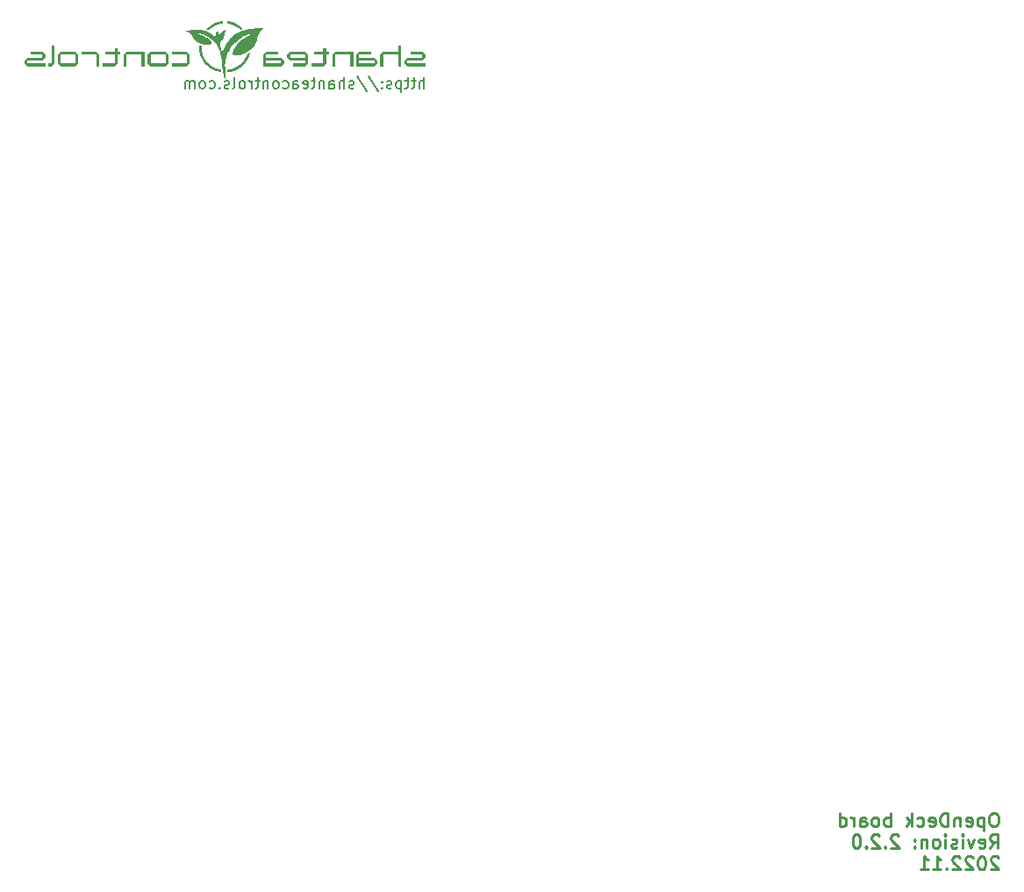
<source format=gbo>
G04 #@! TF.GenerationSoftware,KiCad,Pcbnew,6.0.9*
G04 #@! TF.CreationDate,2022-11-24T22:44:38+01:00*
G04 #@! TF.ProjectId,OpenDeck-r2.2.0,4f70656e-4465-4636-9b2d-72322e322e30,rev?*
G04 #@! TF.SameCoordinates,Original*
G04 #@! TF.FileFunction,Legend,Bot*
G04 #@! TF.FilePolarity,Positive*
%FSLAX46Y46*%
G04 Gerber Fmt 4.6, Leading zero omitted, Abs format (unit mm)*
G04 Created by KiCad (PCBNEW 6.0.9) date 2022-11-24 22:44:38*
%MOMM*%
%LPD*%
G01*
G04 APERTURE LIST*
%ADD10C,0.000000*%
%ADD11C,0.190500*%
%ADD12C,0.228600*%
%ADD13R,1.700000X1.700000*%
%ADD14O,1.700000X1.700000*%
%ADD15C,0.600000*%
%ADD16O,0.950000X2.050000*%
%ADD17O,0.950000X1.750000*%
%ADD18C,5.600000*%
%ADD19C,2.300000*%
G04 APERTURE END LIST*
D10*
G36*
X110245803Y-63188017D02*
G01*
X110535943Y-63188017D01*
X110535943Y-63477510D01*
X110245803Y-63477510D01*
X110245803Y-64346100D01*
X109955666Y-64635592D01*
X108795182Y-64635592D01*
X108795182Y-64346100D01*
X109955666Y-64346100D01*
X109955666Y-63477510D01*
X109085322Y-63477510D01*
X109085322Y-63188017D01*
X109955666Y-63188017D01*
X109955666Y-62898525D01*
X110245803Y-62898525D01*
X110245803Y-63188017D01*
G37*
G36*
X112856910Y-64635592D02*
G01*
X112566770Y-64635592D01*
X112566770Y-63477510D01*
X111116186Y-63477510D01*
X111116186Y-64635592D01*
X110826046Y-64635592D01*
X110826046Y-63477510D01*
X111116186Y-63188017D01*
X112856910Y-63188017D01*
X112856910Y-64635592D01*
G37*
G36*
X120389494Y-60486073D02*
G01*
X120290377Y-60497497D01*
X120192611Y-60513183D01*
X120096291Y-60533032D01*
X120001512Y-60556946D01*
X119908368Y-60584830D01*
X119816954Y-60616584D01*
X119727367Y-60652112D01*
X119639699Y-60691315D01*
X119554048Y-60734098D01*
X119470507Y-60780361D01*
X119389171Y-60830007D01*
X119310136Y-60882939D01*
X119233496Y-60939060D01*
X119159346Y-60998272D01*
X119087782Y-61060477D01*
X119018899Y-61125578D01*
X118989975Y-61112691D01*
X118960980Y-61100183D01*
X118931910Y-61088057D01*
X118902763Y-61076315D01*
X118873538Y-61064957D01*
X118844231Y-61053986D01*
X118814841Y-61043404D01*
X118785366Y-61033212D01*
X118863811Y-60953063D01*
X118945768Y-60876482D01*
X119031108Y-60803601D01*
X119119701Y-60734554D01*
X119211419Y-60669473D01*
X119306131Y-60608490D01*
X119403709Y-60551738D01*
X119504022Y-60499350D01*
X119606942Y-60451458D01*
X119712339Y-60408196D01*
X119820084Y-60369695D01*
X119930047Y-60336088D01*
X120042099Y-60307507D01*
X120156110Y-60284087D01*
X120271951Y-60265958D01*
X120389494Y-60253254D01*
X120389494Y-60486073D01*
G37*
G36*
X120712970Y-65849155D02*
G01*
X120495862Y-65698286D01*
X120414853Y-64969663D01*
X120623363Y-64969663D01*
X120629167Y-65083963D01*
X120636121Y-65201287D01*
X120643303Y-65201025D01*
X120638307Y-65141731D01*
X120633748Y-65083515D01*
X120629618Y-65026194D01*
X120625906Y-64969588D01*
X120623363Y-64969663D01*
X120414853Y-64969663D01*
X120413447Y-64957017D01*
X120358355Y-64531064D01*
X120290609Y-64092271D01*
X120207659Y-63658669D01*
X120159686Y-63449449D01*
X120106957Y-63248288D01*
X120049153Y-63057440D01*
X119985955Y-62879158D01*
X119917045Y-62715696D01*
X119842104Y-62569308D01*
X119817611Y-62528779D01*
X119789490Y-62486827D01*
X119722913Y-62399322D01*
X119643473Y-62308130D01*
X119552267Y-62214589D01*
X119450393Y-62120038D01*
X119338948Y-62025814D01*
X119219031Y-61933256D01*
X119091739Y-61843700D01*
X118958170Y-61758486D01*
X118819421Y-61678950D01*
X118676591Y-61606431D01*
X118603989Y-61573221D01*
X118530778Y-61542267D01*
X118457095Y-61513737D01*
X118383079Y-61487796D01*
X118308865Y-61464613D01*
X118234591Y-61444356D01*
X118160395Y-61427190D01*
X118086413Y-61413284D01*
X118012784Y-61402804D01*
X117939643Y-61395918D01*
X118714811Y-61746047D01*
X118834041Y-61812367D01*
X118947077Y-61884091D01*
X119050575Y-61961335D01*
X119097701Y-62002063D01*
X119141187Y-62044216D01*
X119180615Y-62087807D01*
X119215566Y-62132851D01*
X119245623Y-62179363D01*
X119270366Y-62227358D01*
X119289379Y-62276850D01*
X119302241Y-62327853D01*
X119308536Y-62380384D01*
X119307844Y-62434455D01*
X119280601Y-62448847D01*
X119253028Y-62462160D01*
X119225143Y-62474415D01*
X119196965Y-62485632D01*
X119168513Y-62495832D01*
X119139807Y-62505036D01*
X119110864Y-62513265D01*
X119081705Y-62520540D01*
X119052348Y-62526880D01*
X119022813Y-62532308D01*
X118993117Y-62536844D01*
X118963281Y-62540509D01*
X118933324Y-62543323D01*
X118903264Y-62545307D01*
X118873120Y-62546483D01*
X118842911Y-62546870D01*
X118812098Y-62546472D01*
X118781263Y-62545292D01*
X118750426Y-62543355D01*
X118719608Y-62540683D01*
X118688826Y-62537299D01*
X118658102Y-62533226D01*
X118596904Y-62523106D01*
X118536171Y-62510509D01*
X118476060Y-62495618D01*
X118416728Y-62478618D01*
X118358334Y-62459694D01*
X118331014Y-62450110D01*
X118303958Y-62440172D01*
X118277190Y-62429878D01*
X118250735Y-62419223D01*
X118249618Y-62418768D01*
X118248508Y-62418303D01*
X118246281Y-62417356D01*
X118219895Y-62406171D01*
X118193847Y-62394689D01*
X118168163Y-62382920D01*
X118142872Y-62370875D01*
X118094796Y-62346684D01*
X118048365Y-62321696D01*
X118003714Y-62296051D01*
X117960979Y-62269889D01*
X117920295Y-62243351D01*
X117881800Y-62216577D01*
X117845628Y-62189708D01*
X117811916Y-62162883D01*
X117770946Y-62128384D01*
X117734704Y-62096341D01*
X117702609Y-62066269D01*
X117674075Y-62037683D01*
X117648522Y-62010096D01*
X117625365Y-61983024D01*
X117604021Y-61955980D01*
X117583909Y-61928478D01*
X117564445Y-61900033D01*
X117545046Y-61870159D01*
X117504111Y-61804180D01*
X117456443Y-61726657D01*
X117428626Y-61682351D01*
X117397376Y-61633702D01*
X117380554Y-61608495D01*
X117364050Y-61585024D01*
X117347838Y-61563193D01*
X117331889Y-61542904D01*
X117316178Y-61524061D01*
X117300676Y-61506567D01*
X117285358Y-61490327D01*
X117270195Y-61475242D01*
X117255162Y-61461217D01*
X117240230Y-61448154D01*
X117210564Y-61424531D01*
X117180981Y-61403598D01*
X117151264Y-61384582D01*
X117026734Y-61312229D01*
X116993104Y-61291200D01*
X116958042Y-61267449D01*
X116921333Y-61240202D01*
X116882758Y-61208685D01*
X117015747Y-61178700D01*
X118668849Y-61178700D01*
X118689802Y-61185209D01*
X118719127Y-61194750D01*
X118748310Y-61204678D01*
X118777356Y-61214990D01*
X118806269Y-61225685D01*
X118835052Y-61236762D01*
X118863712Y-61248220D01*
X118892252Y-61260057D01*
X118863715Y-61248220D01*
X118835056Y-61236763D01*
X118806272Y-61225685D01*
X118777360Y-61214990D01*
X118748314Y-61204678D01*
X118719131Y-61194751D01*
X118689805Y-61185209D01*
X118668849Y-61178700D01*
X117015747Y-61178700D01*
X117025957Y-61176398D01*
X117027664Y-61176054D01*
X118660330Y-61176054D01*
X118660332Y-61176055D01*
X118660388Y-61175997D01*
X118660444Y-61175936D01*
X118660500Y-61175873D01*
X118660556Y-61175807D01*
X118660668Y-61175671D01*
X118660781Y-61175532D01*
X118660779Y-61175532D01*
X118660666Y-61175671D01*
X118660610Y-61175740D01*
X118660554Y-61175807D01*
X118660498Y-61175872D01*
X118660442Y-61175936D01*
X118660386Y-61175997D01*
X118660330Y-61176054D01*
X117027664Y-61176054D01*
X117164917Y-61148394D01*
X117299820Y-61124680D01*
X117430846Y-61105264D01*
X117558178Y-61090150D01*
X117681995Y-61079347D01*
X117802480Y-61072860D01*
X117919813Y-61070696D01*
X118019025Y-61072342D01*
X118116113Y-61077275D01*
X118211196Y-61085488D01*
X118304397Y-61096975D01*
X118395835Y-61111730D01*
X118485632Y-61129745D01*
X118573907Y-61151015D01*
X118660781Y-61175532D01*
X118690237Y-61184689D01*
X118719549Y-61194240D01*
X118748720Y-61204182D01*
X118777755Y-61214514D01*
X118806659Y-61225231D01*
X118835436Y-61236334D01*
X118864091Y-61247819D01*
X118892629Y-61259684D01*
X118892628Y-61259685D01*
X118892627Y-61259684D01*
X118892252Y-61260057D01*
X118892254Y-61260058D01*
X118892253Y-61260057D01*
X118892252Y-61260057D01*
X118892254Y-61260057D01*
X118892628Y-61259685D01*
X118893483Y-61260058D01*
X118943386Y-61281843D01*
X118993811Y-61305228D01*
X119043927Y-61329842D01*
X119093761Y-61355689D01*
X119143339Y-61382770D01*
X119192688Y-61411090D01*
X119241833Y-61440651D01*
X119290802Y-61471455D01*
X119339620Y-61503507D01*
X119388314Y-61536808D01*
X119436911Y-61571362D01*
X119485437Y-61607172D01*
X119582379Y-61682572D01*
X119679353Y-61763029D01*
X119692134Y-61573983D01*
X119695741Y-61533180D01*
X119700369Y-61494530D01*
X119706446Y-61457819D01*
X119714400Y-61422832D01*
X119724659Y-61389352D01*
X119737652Y-61357165D01*
X119745307Y-61341489D01*
X119753806Y-61326056D01*
X119763203Y-61310839D01*
X119773550Y-61295810D01*
X119784902Y-61280944D01*
X119797312Y-61266212D01*
X119810833Y-61251589D01*
X119825520Y-61237047D01*
X119841425Y-61222559D01*
X119858602Y-61208099D01*
X119896986Y-61179153D01*
X120026846Y-61604394D01*
X120084234Y-61532462D01*
X120146533Y-61458193D01*
X120179560Y-61420885D01*
X120213856Y-61383836D01*
X120249437Y-61347325D01*
X120286317Y-61311635D01*
X120324509Y-61277045D01*
X120364028Y-61243838D01*
X120404888Y-61212292D01*
X120447104Y-61182689D01*
X120490688Y-61155311D01*
X120535656Y-61130437D01*
X120582022Y-61108348D01*
X120605733Y-61098436D01*
X120629799Y-61089326D01*
X120626962Y-61190033D01*
X120620531Y-61283715D01*
X120610793Y-61370758D01*
X120598035Y-61451548D01*
X120582545Y-61526471D01*
X120564609Y-61595915D01*
X120544515Y-61660266D01*
X120522550Y-61719910D01*
X120499001Y-61775234D01*
X120474157Y-61826624D01*
X120421727Y-61919149D01*
X120367560Y-62000576D01*
X120313952Y-62073999D01*
X120263203Y-62142508D01*
X120217610Y-62209195D01*
X120179471Y-62277154D01*
X120163915Y-62312576D01*
X120151085Y-62349474D01*
X120141267Y-62388237D01*
X120134750Y-62429250D01*
X120131819Y-62472899D01*
X120132763Y-62519571D01*
X120137868Y-62569653D01*
X120147423Y-62623531D01*
X120161714Y-62681591D01*
X120181028Y-62744220D01*
X120204622Y-62819222D01*
X120225342Y-62894428D01*
X120243940Y-62970056D01*
X120261168Y-63046323D01*
X120294525Y-63201648D01*
X120312158Y-63281141D01*
X120331431Y-63362146D01*
X120408282Y-63150308D01*
X120489069Y-62950042D01*
X120574196Y-62761072D01*
X120664068Y-62583126D01*
X120759089Y-62415928D01*
X120859665Y-62259204D01*
X120966198Y-62112681D01*
X121079095Y-61976084D01*
X121198760Y-61849139D01*
X121325597Y-61731572D01*
X121460011Y-61623108D01*
X121602406Y-61523475D01*
X121753187Y-61432396D01*
X121912759Y-61349599D01*
X122081525Y-61274809D01*
X122259892Y-61207751D01*
X122288160Y-61198136D01*
X122316671Y-61188706D01*
X122345413Y-61179437D01*
X122374376Y-61170305D01*
X122386461Y-61166609D01*
X122415043Y-61157933D01*
X122443839Y-61149397D01*
X122472867Y-61141030D01*
X122502143Y-61132858D01*
X122692452Y-61084992D01*
X122892469Y-61043228D01*
X123102550Y-61007344D01*
X123323054Y-60977121D01*
X123554335Y-60952340D01*
X123796753Y-60932779D01*
X124050662Y-60918219D01*
X124316421Y-60908440D01*
X124315603Y-60909839D01*
X124314747Y-60911179D01*
X124313859Y-60912464D01*
X124312940Y-60913701D01*
X124311021Y-60916054D01*
X124309015Y-60918284D01*
X124300581Y-60926906D01*
X124298486Y-60929222D01*
X124296443Y-60931695D01*
X124295448Y-60933005D01*
X124294474Y-60934372D01*
X124293525Y-60935802D01*
X124292604Y-60937300D01*
X124291713Y-60938873D01*
X124290855Y-60940526D01*
X124290033Y-60942265D01*
X124289250Y-60944096D01*
X124288509Y-60946025D01*
X124287812Y-60948058D01*
X124287164Y-60950200D01*
X124286566Y-60952457D01*
X124032342Y-61244713D01*
X123997560Y-61290322D01*
X123965612Y-61334823D01*
X123909574Y-61420758D01*
X123862939Y-61503025D01*
X123824419Y-61582134D01*
X123792725Y-61658594D01*
X123766568Y-61732913D01*
X123744659Y-61805601D01*
X123725709Y-61877166D01*
X123691529Y-62018963D01*
X123673722Y-62090213D01*
X123653718Y-62162376D01*
X123630229Y-62235961D01*
X123601964Y-62311476D01*
X123567636Y-62389431D01*
X123525955Y-62470334D01*
X123506019Y-62505032D01*
X123484762Y-62539665D01*
X123462216Y-62574206D01*
X123438417Y-62608625D01*
X123413400Y-62642896D01*
X123387198Y-62676989D01*
X123359846Y-62710878D01*
X123331378Y-62744533D01*
X123301829Y-62777927D01*
X123271234Y-62811032D01*
X123239626Y-62843820D01*
X123207040Y-62876262D01*
X123173511Y-62908331D01*
X123139072Y-62939998D01*
X123103759Y-62971236D01*
X123067606Y-63002016D01*
X123036069Y-63027922D01*
X123003963Y-63053436D01*
X122971305Y-63078547D01*
X122938114Y-63103239D01*
X122904409Y-63127502D01*
X122870209Y-63151321D01*
X122835534Y-63174683D01*
X122800401Y-63197575D01*
X122720116Y-63247092D01*
X122637921Y-63293915D01*
X122554035Y-63337830D01*
X122468681Y-63378624D01*
X122425523Y-63397785D01*
X122382081Y-63416085D01*
X122338382Y-63433498D01*
X122294454Y-63449998D01*
X122250326Y-63465558D01*
X122206024Y-63480152D01*
X122161577Y-63493752D01*
X122117011Y-63506332D01*
X122050463Y-63523533D01*
X121987501Y-63538218D01*
X121928047Y-63550457D01*
X121872021Y-63560318D01*
X121819344Y-63567869D01*
X121769939Y-63573177D01*
X121723725Y-63576313D01*
X121680624Y-63577343D01*
X121622243Y-63575132D01*
X121570313Y-63568649D01*
X121524583Y-63558115D01*
X121484801Y-63543752D01*
X121450716Y-63525780D01*
X121422078Y-63504422D01*
X121398634Y-63479900D01*
X121380134Y-63452434D01*
X121366326Y-63422248D01*
X121356960Y-63389561D01*
X121351783Y-63354596D01*
X121350546Y-63317575D01*
X121352996Y-63278719D01*
X121358883Y-63238249D01*
X121367955Y-63196388D01*
X121379962Y-63153357D01*
X121394651Y-63109377D01*
X121411773Y-63064671D01*
X121431074Y-63019459D01*
X121452306Y-62973964D01*
X121499552Y-62883009D01*
X121551502Y-62793580D01*
X121606147Y-62707449D01*
X121661476Y-62626389D01*
X121715480Y-62552173D01*
X121766150Y-62486574D01*
X121855089Y-62381057D01*
X121946256Y-62284197D01*
X122039150Y-62195318D01*
X122133273Y-62113741D01*
X122228126Y-62038790D01*
X122323209Y-61969786D01*
X122418024Y-61906054D01*
X122512072Y-61846915D01*
X122695868Y-61739709D01*
X122870604Y-61642749D01*
X123032288Y-61550617D01*
X123106988Y-61504668D01*
X123176928Y-61457894D01*
X123064444Y-61474713D01*
X122951337Y-61498410D01*
X122837878Y-61528790D01*
X122724336Y-61565663D01*
X122610983Y-61608837D01*
X122498088Y-61658120D01*
X122385922Y-61713319D01*
X122274756Y-61774244D01*
X122164861Y-61840702D01*
X122056506Y-61912501D01*
X121949962Y-61989450D01*
X121845500Y-62071356D01*
X121743390Y-62158029D01*
X121643903Y-62249275D01*
X121547308Y-62344904D01*
X121453878Y-62444722D01*
X121363882Y-62548540D01*
X121277590Y-62656163D01*
X121195274Y-62767402D01*
X121117203Y-62882064D01*
X121043648Y-62999956D01*
X120974880Y-63120888D01*
X120911169Y-63244667D01*
X120852785Y-63371102D01*
X120800000Y-63500000D01*
X120753083Y-63631170D01*
X120712306Y-63764420D01*
X120677937Y-63899558D01*
X120650249Y-64036392D01*
X120629512Y-64174731D01*
X120615996Y-64314382D01*
X120609971Y-64455155D01*
X120612337Y-64557086D01*
X120620582Y-64714197D01*
X120648955Y-65124924D01*
X120655166Y-65201025D01*
X120683586Y-65549266D01*
X120712970Y-65849155D01*
G37*
G36*
X108505081Y-63477510D02*
G01*
X108505081Y-64635592D01*
X108214941Y-64635592D01*
X108214941Y-63477510D01*
X106764320Y-63477510D01*
X106764320Y-63188017D01*
X108214941Y-63188017D01*
X108505081Y-63477510D01*
G37*
G36*
X130373203Y-63188017D02*
G01*
X130663343Y-63188017D01*
X130663343Y-63477510D01*
X130373203Y-63477510D01*
X130373203Y-64346100D01*
X130083102Y-64635592D01*
X128922580Y-64635592D01*
X128922580Y-64346100D01*
X130083102Y-64346100D01*
X130083102Y-63477510D01*
X129212720Y-63477510D01*
X129212720Y-63188017D01*
X130083102Y-63188017D01*
X130083102Y-62898525D01*
X130373203Y-62898525D01*
X130373203Y-63188017D01*
G37*
G36*
X113437148Y-64635592D02*
G01*
X113147045Y-64346100D01*
X113437148Y-64346100D01*
X114887772Y-64346100D01*
X114887772Y-63477510D01*
X113437148Y-63477510D01*
X113437148Y-64346100D01*
X113147045Y-64346100D01*
X113147045Y-63477510D01*
X113437148Y-63188017D01*
X114887772Y-63188017D01*
X115177911Y-63477510D01*
X115177911Y-64346100D01*
X114887772Y-64635592D01*
X113437148Y-64635592D01*
G37*
G36*
X103282838Y-63477510D02*
G01*
X103282838Y-63767040D01*
X102992734Y-64056532D01*
X101542113Y-64056532D01*
X101542113Y-64346100D01*
X103282835Y-64346100D01*
X103282835Y-64635592D01*
X101542113Y-64635592D01*
X101251974Y-64346100D01*
X101251974Y-64056532D01*
X101542113Y-63767040D01*
X102992734Y-63767040D01*
X102992734Y-63477510D01*
X101832214Y-63477510D01*
X101832214Y-63188017D01*
X102992734Y-63188017D01*
X103282838Y-63477510D01*
G37*
G36*
X118248504Y-62418303D02*
G01*
X118249613Y-62418768D01*
X118250730Y-62419223D01*
X118249612Y-62418768D01*
X118248502Y-62418303D01*
X118246277Y-62417356D01*
X118248504Y-62418303D01*
G37*
G36*
X139947277Y-63477510D02*
G01*
X139947277Y-63767040D01*
X139657175Y-64056532D01*
X138206553Y-64056532D01*
X138206553Y-64346100D01*
X139947277Y-64346100D01*
X139947277Y-64635592D01*
X138206553Y-64635592D01*
X137916414Y-64346100D01*
X137916414Y-64056532D01*
X138206553Y-63767040D01*
X139657175Y-63767040D01*
X139657175Y-63477510D01*
X138496655Y-63477510D01*
X138496655Y-63188017D01*
X139657175Y-63188017D01*
X139947277Y-63477510D01*
G37*
G36*
X104153213Y-64346100D02*
G01*
X103863076Y-64635592D01*
X103572973Y-64635592D01*
X103572973Y-64346100D01*
X103863076Y-64346100D01*
X103863076Y-62608994D01*
X104153213Y-62608994D01*
X104153213Y-64346100D01*
G37*
G36*
X122374374Y-61170305D02*
G01*
X122377388Y-61169365D01*
X122380416Y-61168443D01*
X122386459Y-61166609D01*
X122374374Y-61170305D01*
G37*
G36*
X120923241Y-60265403D02*
G01*
X121035213Y-60282657D01*
X121145482Y-60304861D01*
X121253931Y-60331893D01*
X121360444Y-60363634D01*
X121464907Y-60399964D01*
X121567202Y-60440763D01*
X121667214Y-60485910D01*
X121764828Y-60535285D01*
X121859927Y-60588770D01*
X121952396Y-60646242D01*
X122042118Y-60707583D01*
X122128979Y-60772673D01*
X122212862Y-60841391D01*
X122293652Y-60913617D01*
X122371233Y-60989232D01*
X122307474Y-61008725D01*
X122245023Y-61029030D01*
X122183759Y-61050092D01*
X122123557Y-61071853D01*
X122056193Y-61012281D01*
X121986485Y-60955382D01*
X121914514Y-60901240D01*
X121840361Y-60849937D01*
X121764105Y-60801557D01*
X121685830Y-60756183D01*
X121605613Y-60713898D01*
X121523538Y-60674786D01*
X121439684Y-60638929D01*
X121354131Y-60606411D01*
X121266962Y-60577314D01*
X121178256Y-60551723D01*
X121088094Y-60529720D01*
X120996557Y-60511389D01*
X120903725Y-60496812D01*
X120809680Y-60486073D01*
X120809680Y-60253217D01*
X120923241Y-60265403D01*
G37*
G36*
X118149077Y-62564523D02*
G01*
X118176980Y-62576367D01*
X118205199Y-62587872D01*
X118233717Y-62599021D01*
X118262520Y-62609798D01*
X118291591Y-62620185D01*
X118320914Y-62630165D01*
X118350474Y-62639721D01*
X118348743Y-62681382D01*
X118348105Y-62702266D01*
X118347920Y-62712739D01*
X118347854Y-62723238D01*
X118350235Y-62827237D01*
X118357310Y-62930031D01*
X118368974Y-63031518D01*
X118385123Y-63131593D01*
X118405653Y-63230154D01*
X118430460Y-63327096D01*
X118459440Y-63422316D01*
X118492490Y-63515711D01*
X118529504Y-63607177D01*
X118570379Y-63696610D01*
X118615010Y-63783906D01*
X118663295Y-63868963D01*
X118715128Y-63951676D01*
X118770405Y-64031943D01*
X118829023Y-64109659D01*
X118890878Y-64184721D01*
X118955865Y-64257025D01*
X119023880Y-64326468D01*
X119094820Y-64392946D01*
X119168580Y-64456356D01*
X119245056Y-64516594D01*
X119324144Y-64573556D01*
X119405740Y-64627140D01*
X119489741Y-64677240D01*
X119576041Y-64723755D01*
X119664537Y-64766580D01*
X119755125Y-64805611D01*
X119847700Y-64840745D01*
X119942160Y-64871879D01*
X120038399Y-64898909D01*
X120136313Y-64921732D01*
X120235799Y-64940243D01*
X120250193Y-65061170D01*
X120263746Y-65178961D01*
X120150998Y-65161030D01*
X120039980Y-65138097D01*
X119930813Y-65110284D01*
X119823619Y-65077711D01*
X119718518Y-65040498D01*
X119615633Y-64998767D01*
X119515083Y-64952638D01*
X119416992Y-64902232D01*
X119321479Y-64847669D01*
X119228666Y-64789071D01*
X119138675Y-64726558D01*
X119051627Y-64660250D01*
X118967642Y-64590270D01*
X118886843Y-64516736D01*
X118809351Y-64439770D01*
X118735286Y-64359493D01*
X118664771Y-64276026D01*
X118597925Y-64189489D01*
X118534872Y-64100002D01*
X118475732Y-64007687D01*
X118420625Y-63912665D01*
X118369675Y-63815055D01*
X118323001Y-63714980D01*
X118280725Y-63612558D01*
X118242969Y-63507912D01*
X118209854Y-63401162D01*
X118181500Y-63292429D01*
X118158030Y-63181833D01*
X118139564Y-63069495D01*
X118126224Y-62955537D01*
X118118131Y-62840077D01*
X118115406Y-62723238D01*
X118115801Y-62680252D01*
X118116968Y-62637434D01*
X118118879Y-62594798D01*
X118121506Y-62552358D01*
X118149077Y-62564523D01*
G37*
G36*
X123002122Y-63350773D02*
G01*
X122974946Y-63446376D01*
X122944067Y-63540377D01*
X122909571Y-63632691D01*
X122871542Y-63723234D01*
X122830065Y-63811923D01*
X122785222Y-63898673D01*
X122737100Y-63983400D01*
X122685783Y-64066020D01*
X122631354Y-64146450D01*
X122573898Y-64224604D01*
X122513499Y-64300399D01*
X122450242Y-64373751D01*
X122384212Y-64444576D01*
X122315492Y-64512789D01*
X122244166Y-64578307D01*
X122170320Y-64641046D01*
X122094038Y-64700921D01*
X122015403Y-64757848D01*
X121934501Y-64811744D01*
X121851416Y-64862525D01*
X121766231Y-64910105D01*
X121679032Y-64954402D01*
X121589902Y-64995331D01*
X121498927Y-65032808D01*
X121406190Y-65066748D01*
X121311776Y-65097069D01*
X121215769Y-65123686D01*
X121118253Y-65146514D01*
X121019313Y-65165471D01*
X120919034Y-65180471D01*
X120817499Y-65191430D01*
X120812545Y-65132586D01*
X120808005Y-65074606D01*
X120803872Y-65017318D01*
X120800140Y-64960553D01*
X120967483Y-64939403D01*
X121130799Y-64906223D01*
X121289622Y-64861480D01*
X121443484Y-64805641D01*
X121591919Y-64739172D01*
X121734461Y-64662538D01*
X121870641Y-64576207D01*
X121999994Y-64480644D01*
X122122053Y-64376317D01*
X122236351Y-64263690D01*
X122342421Y-64143230D01*
X122439796Y-64015405D01*
X122528010Y-63880679D01*
X122606596Y-63739520D01*
X122675088Y-63592393D01*
X122733017Y-63439764D01*
X122770873Y-63418428D01*
X122808388Y-63396493D01*
X122845547Y-63373983D01*
X122882338Y-63350922D01*
X122918744Y-63327334D01*
X122954751Y-63303244D01*
X122990346Y-63278675D01*
X123025513Y-63253651D01*
X123002122Y-63350773D01*
G37*
G36*
X104733493Y-64635592D02*
G01*
X104443353Y-64346100D01*
X104733493Y-64346100D01*
X106184077Y-64346100D01*
X106184077Y-63477510D01*
X104733493Y-63477510D01*
X104733493Y-64346100D01*
X104443353Y-64346100D01*
X104443353Y-63477510D01*
X104733493Y-63188017D01*
X106184077Y-63188017D01*
X106474181Y-63477510D01*
X106474181Y-64346100D01*
X106184077Y-64635592D01*
X104733493Y-64635592D01*
G37*
G36*
X132984344Y-64635592D02*
G01*
X132694205Y-64635592D01*
X132694205Y-63477510D01*
X131243621Y-63477510D01*
X131243621Y-64635592D01*
X130953444Y-64635592D01*
X130953444Y-63477510D01*
X131243621Y-63188017D01*
X132984344Y-63188017D01*
X132984344Y-64635592D01*
G37*
G36*
X122345411Y-61179437D02*
G01*
X122316669Y-61188706D01*
X122288158Y-61198136D01*
X122259890Y-61207751D01*
X122288153Y-61198125D01*
X122316655Y-61188678D01*
X122345395Y-61179406D01*
X122374374Y-61170305D01*
X122345411Y-61179437D01*
G37*
G36*
X117208773Y-63477510D02*
G01*
X117208773Y-64346100D01*
X116918633Y-64635592D01*
X115468012Y-64635592D01*
X115468012Y-64346100D01*
X116918633Y-64346100D01*
X116918633Y-63477510D01*
X115468012Y-63477510D01*
X115468012Y-63188017D01*
X116918633Y-63188017D01*
X117208773Y-63477510D01*
G37*
G36*
X137626312Y-64635592D02*
G01*
X137336173Y-64635592D01*
X137336173Y-63477509D01*
X135885588Y-63477509D01*
X135885588Y-64635592D01*
X135595449Y-64635592D01*
X135595449Y-63477509D01*
X135885588Y-63188017D01*
X137336173Y-63188017D01*
X137336173Y-62608994D01*
X137626312Y-62608994D01*
X137626312Y-64635592D01*
G37*
G36*
X128342340Y-64635592D02*
G01*
X127181895Y-64635592D01*
X127181895Y-64346099D01*
X128342340Y-64346099D01*
X128342340Y-64056532D01*
X126891755Y-64056532D01*
X126601615Y-63767040D01*
X126891755Y-63767040D01*
X128342340Y-63767040D01*
X128342340Y-63477510D01*
X126891755Y-63477510D01*
X126891755Y-63767040D01*
X126601615Y-63767040D01*
X126601615Y-63477510D01*
X126891755Y-63188017D01*
X128342340Y-63188017D01*
X128632479Y-63477510D01*
X128632479Y-64346100D01*
X128342340Y-64635592D01*
G37*
G36*
X126021375Y-64635593D02*
G01*
X124280614Y-64635593D01*
X124280614Y-64346100D01*
X124570753Y-64346100D01*
X126021375Y-64346100D01*
X126021375Y-64056532D01*
X124570753Y-64056532D01*
X124570753Y-64346100D01*
X124280614Y-64346100D01*
X124280614Y-63477510D01*
X124570753Y-63188017D01*
X125731236Y-63188017D01*
X125731236Y-63477510D01*
X124570753Y-63477510D01*
X124570753Y-63767040D01*
X126021375Y-63767040D01*
X126311477Y-64056532D01*
X126311477Y-64346100D01*
X126021375Y-64635592D01*
X126021375Y-64635593D01*
G37*
G36*
X135015170Y-64635593D02*
G01*
X133274446Y-64635593D01*
X133274446Y-64346100D01*
X133564586Y-64346100D01*
X135015170Y-64346100D01*
X135015170Y-64056532D01*
X133564586Y-64056532D01*
X133564586Y-64346100D01*
X133274446Y-64346100D01*
X133274446Y-63477510D01*
X133564586Y-63188017D01*
X134725068Y-63188017D01*
X134725068Y-63477510D01*
X133564586Y-63477510D01*
X133564586Y-63767040D01*
X135015170Y-63767040D01*
X135305347Y-64056532D01*
X135305347Y-64346100D01*
X135015170Y-64635592D01*
X135015170Y-64635593D01*
G37*
G36*
X118277186Y-62429877D02*
G01*
X118303955Y-62440172D01*
X118331011Y-62450109D01*
X118358330Y-62459693D01*
X118331010Y-62450115D01*
X118303953Y-62440186D01*
X118277185Y-62429893D01*
X118250731Y-62419223D01*
X118277186Y-62429877D01*
G37*
D11*
X139819151Y-66748595D02*
X139819151Y-65669095D01*
X139356508Y-66748595D02*
X139356508Y-66183142D01*
X139407913Y-66080333D01*
X139510722Y-66028928D01*
X139664936Y-66028928D01*
X139767746Y-66080333D01*
X139819151Y-66131738D01*
X138996675Y-66028928D02*
X138585436Y-66028928D01*
X138842460Y-65669095D02*
X138842460Y-66594380D01*
X138791055Y-66697190D01*
X138688246Y-66748595D01*
X138585436Y-66748595D01*
X138379817Y-66028928D02*
X137968579Y-66028928D01*
X138225603Y-65669095D02*
X138225603Y-66594380D01*
X138174198Y-66697190D01*
X138071389Y-66748595D01*
X137968579Y-66748595D01*
X137608746Y-66028928D02*
X137608746Y-67108428D01*
X137608746Y-66080333D02*
X137505936Y-66028928D01*
X137300317Y-66028928D01*
X137197508Y-66080333D01*
X137146103Y-66131738D01*
X137094698Y-66234547D01*
X137094698Y-66542976D01*
X137146103Y-66645785D01*
X137197508Y-66697190D01*
X137300317Y-66748595D01*
X137505936Y-66748595D01*
X137608746Y-66697190D01*
X136683460Y-66697190D02*
X136580651Y-66748595D01*
X136375032Y-66748595D01*
X136272222Y-66697190D01*
X136220817Y-66594380D01*
X136220817Y-66542976D01*
X136272222Y-66440166D01*
X136375032Y-66388761D01*
X136529246Y-66388761D01*
X136632055Y-66337357D01*
X136683460Y-66234547D01*
X136683460Y-66183142D01*
X136632055Y-66080333D01*
X136529246Y-66028928D01*
X136375032Y-66028928D01*
X136272222Y-66080333D01*
X135758175Y-66645785D02*
X135706770Y-66697190D01*
X135758175Y-66748595D01*
X135809579Y-66697190D01*
X135758175Y-66645785D01*
X135758175Y-66748595D01*
X135758175Y-66080333D02*
X135706770Y-66131738D01*
X135758175Y-66183142D01*
X135809579Y-66131738D01*
X135758175Y-66080333D01*
X135758175Y-66183142D01*
X134473055Y-65617690D02*
X135398341Y-67005619D01*
X133342151Y-65617690D02*
X134267436Y-67005619D01*
X133033722Y-66697190D02*
X132930913Y-66748595D01*
X132725294Y-66748595D01*
X132622484Y-66697190D01*
X132571079Y-66594380D01*
X132571079Y-66542976D01*
X132622484Y-66440166D01*
X132725294Y-66388761D01*
X132879508Y-66388761D01*
X132982317Y-66337357D01*
X133033722Y-66234547D01*
X133033722Y-66183142D01*
X132982317Y-66080333D01*
X132879508Y-66028928D01*
X132725294Y-66028928D01*
X132622484Y-66080333D01*
X132108436Y-66748595D02*
X132108436Y-65669095D01*
X131645794Y-66748595D02*
X131645794Y-66183142D01*
X131697198Y-66080333D01*
X131800008Y-66028928D01*
X131954222Y-66028928D01*
X132057032Y-66080333D01*
X132108436Y-66131738D01*
X130669103Y-66748595D02*
X130669103Y-66183142D01*
X130720508Y-66080333D01*
X130823317Y-66028928D01*
X131028936Y-66028928D01*
X131131746Y-66080333D01*
X130669103Y-66697190D02*
X130771913Y-66748595D01*
X131028936Y-66748595D01*
X131131746Y-66697190D01*
X131183151Y-66594380D01*
X131183151Y-66491571D01*
X131131746Y-66388761D01*
X131028936Y-66337357D01*
X130771913Y-66337357D01*
X130669103Y-66285952D01*
X130155055Y-66028928D02*
X130155055Y-66748595D01*
X130155055Y-66131738D02*
X130103651Y-66080333D01*
X130000841Y-66028928D01*
X129846627Y-66028928D01*
X129743817Y-66080333D01*
X129692413Y-66183142D01*
X129692413Y-66748595D01*
X129332579Y-66028928D02*
X128921341Y-66028928D01*
X129178365Y-65669095D02*
X129178365Y-66594380D01*
X129126960Y-66697190D01*
X129024151Y-66748595D01*
X128921341Y-66748595D01*
X128150270Y-66697190D02*
X128253079Y-66748595D01*
X128458698Y-66748595D01*
X128561508Y-66697190D01*
X128612913Y-66594380D01*
X128612913Y-66183142D01*
X128561508Y-66080333D01*
X128458698Y-66028928D01*
X128253079Y-66028928D01*
X128150270Y-66080333D01*
X128098865Y-66183142D01*
X128098865Y-66285952D01*
X128612913Y-66388761D01*
X127173579Y-66748595D02*
X127173579Y-66183142D01*
X127224984Y-66080333D01*
X127327794Y-66028928D01*
X127533413Y-66028928D01*
X127636222Y-66080333D01*
X127173579Y-66697190D02*
X127276389Y-66748595D01*
X127533413Y-66748595D01*
X127636222Y-66697190D01*
X127687627Y-66594380D01*
X127687627Y-66491571D01*
X127636222Y-66388761D01*
X127533413Y-66337357D01*
X127276389Y-66337357D01*
X127173579Y-66285952D01*
X126196889Y-66697190D02*
X126299698Y-66748595D01*
X126505317Y-66748595D01*
X126608127Y-66697190D01*
X126659532Y-66645785D01*
X126710936Y-66542976D01*
X126710936Y-66234547D01*
X126659532Y-66131738D01*
X126608127Y-66080333D01*
X126505317Y-66028928D01*
X126299698Y-66028928D01*
X126196889Y-66080333D01*
X125580032Y-66748595D02*
X125682841Y-66697190D01*
X125734246Y-66645785D01*
X125785651Y-66542976D01*
X125785651Y-66234547D01*
X125734246Y-66131738D01*
X125682841Y-66080333D01*
X125580032Y-66028928D01*
X125425817Y-66028928D01*
X125323008Y-66080333D01*
X125271603Y-66131738D01*
X125220198Y-66234547D01*
X125220198Y-66542976D01*
X125271603Y-66645785D01*
X125323008Y-66697190D01*
X125425817Y-66748595D01*
X125580032Y-66748595D01*
X124757555Y-66028928D02*
X124757555Y-66748595D01*
X124757555Y-66131738D02*
X124706151Y-66080333D01*
X124603341Y-66028928D01*
X124449127Y-66028928D01*
X124346317Y-66080333D01*
X124294913Y-66183142D01*
X124294913Y-66748595D01*
X123935079Y-66028928D02*
X123523841Y-66028928D01*
X123780865Y-65669095D02*
X123780865Y-66594380D01*
X123729460Y-66697190D01*
X123626651Y-66748595D01*
X123523841Y-66748595D01*
X123164008Y-66748595D02*
X123164008Y-66028928D01*
X123164008Y-66234547D02*
X123112603Y-66131738D01*
X123061198Y-66080333D01*
X122958389Y-66028928D01*
X122855579Y-66028928D01*
X122341532Y-66748595D02*
X122444341Y-66697190D01*
X122495746Y-66645785D01*
X122547151Y-66542976D01*
X122547151Y-66234547D01*
X122495746Y-66131738D01*
X122444341Y-66080333D01*
X122341532Y-66028928D01*
X122187317Y-66028928D01*
X122084508Y-66080333D01*
X122033103Y-66131738D01*
X121981698Y-66234547D01*
X121981698Y-66542976D01*
X122033103Y-66645785D01*
X122084508Y-66697190D01*
X122187317Y-66748595D01*
X122341532Y-66748595D01*
X121364841Y-66748595D02*
X121467651Y-66697190D01*
X121519055Y-66594380D01*
X121519055Y-65669095D01*
X121005008Y-66697190D02*
X120902198Y-66748595D01*
X120696579Y-66748595D01*
X120593770Y-66697190D01*
X120542365Y-66594380D01*
X120542365Y-66542976D01*
X120593770Y-66440166D01*
X120696579Y-66388761D01*
X120850794Y-66388761D01*
X120953603Y-66337357D01*
X121005008Y-66234547D01*
X121005008Y-66183142D01*
X120953603Y-66080333D01*
X120850794Y-66028928D01*
X120696579Y-66028928D01*
X120593770Y-66080333D01*
X120079722Y-66645785D02*
X120028317Y-66697190D01*
X120079722Y-66748595D01*
X120131127Y-66697190D01*
X120079722Y-66645785D01*
X120079722Y-66748595D01*
X119103032Y-66697190D02*
X119205841Y-66748595D01*
X119411460Y-66748595D01*
X119514270Y-66697190D01*
X119565675Y-66645785D01*
X119617079Y-66542976D01*
X119617079Y-66234547D01*
X119565675Y-66131738D01*
X119514270Y-66080333D01*
X119411460Y-66028928D01*
X119205841Y-66028928D01*
X119103032Y-66080333D01*
X118486175Y-66748595D02*
X118588984Y-66697190D01*
X118640389Y-66645785D01*
X118691794Y-66542976D01*
X118691794Y-66234547D01*
X118640389Y-66131738D01*
X118588984Y-66080333D01*
X118486175Y-66028928D01*
X118331960Y-66028928D01*
X118229151Y-66080333D01*
X118177746Y-66131738D01*
X118126341Y-66234547D01*
X118126341Y-66542976D01*
X118177746Y-66645785D01*
X118229151Y-66697190D01*
X118331960Y-66748595D01*
X118486175Y-66748595D01*
X117663698Y-66748595D02*
X117663698Y-66028928D01*
X117663698Y-66131738D02*
X117612294Y-66080333D01*
X117509484Y-66028928D01*
X117355270Y-66028928D01*
X117252460Y-66080333D01*
X117201055Y-66183142D01*
X117201055Y-66748595D01*
X117201055Y-66183142D02*
X117149651Y-66080333D01*
X117046841Y-66028928D01*
X116892627Y-66028928D01*
X116789817Y-66080333D01*
X116738413Y-66183142D01*
X116738413Y-66748595D01*
D12*
X194914338Y-136686326D02*
X194667595Y-136686326D01*
X194544224Y-136748012D01*
X194420852Y-136871383D01*
X194359167Y-137118126D01*
X194359167Y-137549926D01*
X194420852Y-137796669D01*
X194544224Y-137920040D01*
X194667595Y-137981726D01*
X194914338Y-137981726D01*
X195037710Y-137920040D01*
X195161081Y-137796669D01*
X195222767Y-137549926D01*
X195222767Y-137118126D01*
X195161081Y-136871383D01*
X195037710Y-136748012D01*
X194914338Y-136686326D01*
X193803995Y-137118126D02*
X193803995Y-138413526D01*
X193803995Y-137179812D02*
X193680624Y-137118126D01*
X193433881Y-137118126D01*
X193310510Y-137179812D01*
X193248824Y-137241497D01*
X193187138Y-137364869D01*
X193187138Y-137734983D01*
X193248824Y-137858354D01*
X193310510Y-137920040D01*
X193433881Y-137981726D01*
X193680624Y-137981726D01*
X193803995Y-137920040D01*
X192138481Y-137920040D02*
X192261852Y-137981726D01*
X192508595Y-137981726D01*
X192631967Y-137920040D01*
X192693652Y-137796669D01*
X192693652Y-137303183D01*
X192631967Y-137179812D01*
X192508595Y-137118126D01*
X192261852Y-137118126D01*
X192138481Y-137179812D01*
X192076795Y-137303183D01*
X192076795Y-137426554D01*
X192693652Y-137549926D01*
X191521624Y-137118126D02*
X191521624Y-137981726D01*
X191521624Y-137241497D02*
X191459938Y-137179812D01*
X191336567Y-137118126D01*
X191151510Y-137118126D01*
X191028138Y-137179812D01*
X190966452Y-137303183D01*
X190966452Y-137981726D01*
X190349595Y-137981726D02*
X190349595Y-136686326D01*
X190041167Y-136686326D01*
X189856110Y-136748012D01*
X189732738Y-136871383D01*
X189671052Y-136994754D01*
X189609367Y-137241497D01*
X189609367Y-137426554D01*
X189671052Y-137673297D01*
X189732738Y-137796669D01*
X189856110Y-137920040D01*
X190041167Y-137981726D01*
X190349595Y-137981726D01*
X188560710Y-137920040D02*
X188684081Y-137981726D01*
X188930824Y-137981726D01*
X189054195Y-137920040D01*
X189115881Y-137796669D01*
X189115881Y-137303183D01*
X189054195Y-137179812D01*
X188930824Y-137118126D01*
X188684081Y-137118126D01*
X188560710Y-137179812D01*
X188499024Y-137303183D01*
X188499024Y-137426554D01*
X189115881Y-137549926D01*
X187388681Y-137920040D02*
X187512052Y-137981726D01*
X187758795Y-137981726D01*
X187882167Y-137920040D01*
X187943852Y-137858354D01*
X188005538Y-137734983D01*
X188005538Y-137364869D01*
X187943852Y-137241497D01*
X187882167Y-137179812D01*
X187758795Y-137118126D01*
X187512052Y-137118126D01*
X187388681Y-137179812D01*
X186833510Y-137981726D02*
X186833510Y-136686326D01*
X186710138Y-137488240D02*
X186340024Y-137981726D01*
X186340024Y-137118126D02*
X186833510Y-137611612D01*
X184797881Y-137981726D02*
X184797881Y-136686326D01*
X184797881Y-137179812D02*
X184674510Y-137118126D01*
X184427767Y-137118126D01*
X184304395Y-137179812D01*
X184242710Y-137241497D01*
X184181024Y-137364869D01*
X184181024Y-137734983D01*
X184242710Y-137858354D01*
X184304395Y-137920040D01*
X184427767Y-137981726D01*
X184674510Y-137981726D01*
X184797881Y-137920040D01*
X183440795Y-137981726D02*
X183564167Y-137920040D01*
X183625852Y-137858354D01*
X183687538Y-137734983D01*
X183687538Y-137364869D01*
X183625852Y-137241497D01*
X183564167Y-137179812D01*
X183440795Y-137118126D01*
X183255738Y-137118126D01*
X183132367Y-137179812D01*
X183070681Y-137241497D01*
X183008995Y-137364869D01*
X183008995Y-137734983D01*
X183070681Y-137858354D01*
X183132367Y-137920040D01*
X183255738Y-137981726D01*
X183440795Y-137981726D01*
X181898652Y-137981726D02*
X181898652Y-137303183D01*
X181960338Y-137179812D01*
X182083710Y-137118126D01*
X182330452Y-137118126D01*
X182453824Y-137179812D01*
X181898652Y-137920040D02*
X182022024Y-137981726D01*
X182330452Y-137981726D01*
X182453824Y-137920040D01*
X182515510Y-137796669D01*
X182515510Y-137673297D01*
X182453824Y-137549926D01*
X182330452Y-137488240D01*
X182022024Y-137488240D01*
X181898652Y-137426554D01*
X181281795Y-137981726D02*
X181281795Y-137118126D01*
X181281795Y-137364869D02*
X181220110Y-137241497D01*
X181158424Y-137179812D01*
X181035052Y-137118126D01*
X180911681Y-137118126D01*
X179924710Y-137981726D02*
X179924710Y-136686326D01*
X179924710Y-137920040D02*
X180048081Y-137981726D01*
X180294824Y-137981726D01*
X180418195Y-137920040D01*
X180479881Y-137858354D01*
X180541567Y-137734983D01*
X180541567Y-137364869D01*
X180479881Y-137241497D01*
X180418195Y-137179812D01*
X180294824Y-137118126D01*
X180048081Y-137118126D01*
X179924710Y-137179812D01*
X194420852Y-140067320D02*
X194852652Y-139450463D01*
X195161081Y-140067320D02*
X195161081Y-138771920D01*
X194667595Y-138771920D01*
X194544224Y-138833606D01*
X194482538Y-138895291D01*
X194420852Y-139018663D01*
X194420852Y-139203720D01*
X194482538Y-139327091D01*
X194544224Y-139388777D01*
X194667595Y-139450463D01*
X195161081Y-139450463D01*
X193372195Y-140005634D02*
X193495567Y-140067320D01*
X193742310Y-140067320D01*
X193865681Y-140005634D01*
X193927367Y-139882263D01*
X193927367Y-139388777D01*
X193865681Y-139265406D01*
X193742310Y-139203720D01*
X193495567Y-139203720D01*
X193372195Y-139265406D01*
X193310510Y-139388777D01*
X193310510Y-139512148D01*
X193927367Y-139635520D01*
X192878710Y-139203720D02*
X192570281Y-140067320D01*
X192261852Y-139203720D01*
X191768367Y-140067320D02*
X191768367Y-139203720D01*
X191768367Y-138771920D02*
X191830052Y-138833606D01*
X191768367Y-138895291D01*
X191706681Y-138833606D01*
X191768367Y-138771920D01*
X191768367Y-138895291D01*
X191213195Y-140005634D02*
X191089824Y-140067320D01*
X190843081Y-140067320D01*
X190719710Y-140005634D01*
X190658024Y-139882263D01*
X190658024Y-139820577D01*
X190719710Y-139697206D01*
X190843081Y-139635520D01*
X191028138Y-139635520D01*
X191151510Y-139573834D01*
X191213195Y-139450463D01*
X191213195Y-139388777D01*
X191151510Y-139265406D01*
X191028138Y-139203720D01*
X190843081Y-139203720D01*
X190719710Y-139265406D01*
X190102852Y-140067320D02*
X190102852Y-139203720D01*
X190102852Y-138771920D02*
X190164538Y-138833606D01*
X190102852Y-138895291D01*
X190041167Y-138833606D01*
X190102852Y-138771920D01*
X190102852Y-138895291D01*
X189300938Y-140067320D02*
X189424310Y-140005634D01*
X189485995Y-139943948D01*
X189547681Y-139820577D01*
X189547681Y-139450463D01*
X189485995Y-139327091D01*
X189424310Y-139265406D01*
X189300938Y-139203720D01*
X189115881Y-139203720D01*
X188992510Y-139265406D01*
X188930824Y-139327091D01*
X188869138Y-139450463D01*
X188869138Y-139820577D01*
X188930824Y-139943948D01*
X188992510Y-140005634D01*
X189115881Y-140067320D01*
X189300938Y-140067320D01*
X188313967Y-139203720D02*
X188313967Y-140067320D01*
X188313967Y-139327091D02*
X188252281Y-139265406D01*
X188128910Y-139203720D01*
X187943852Y-139203720D01*
X187820481Y-139265406D01*
X187758795Y-139388777D01*
X187758795Y-140067320D01*
X187141938Y-139943948D02*
X187080252Y-140005634D01*
X187141938Y-140067320D01*
X187203624Y-140005634D01*
X187141938Y-139943948D01*
X187141938Y-140067320D01*
X187141938Y-139265406D02*
X187080252Y-139327091D01*
X187141938Y-139388777D01*
X187203624Y-139327091D01*
X187141938Y-139265406D01*
X187141938Y-139388777D01*
X185599795Y-138895291D02*
X185538110Y-138833606D01*
X185414738Y-138771920D01*
X185106310Y-138771920D01*
X184982938Y-138833606D01*
X184921252Y-138895291D01*
X184859567Y-139018663D01*
X184859567Y-139142034D01*
X184921252Y-139327091D01*
X185661481Y-140067320D01*
X184859567Y-140067320D01*
X184304395Y-139943948D02*
X184242710Y-140005634D01*
X184304395Y-140067320D01*
X184366081Y-140005634D01*
X184304395Y-139943948D01*
X184304395Y-140067320D01*
X183749224Y-138895291D02*
X183687538Y-138833606D01*
X183564167Y-138771920D01*
X183255738Y-138771920D01*
X183132367Y-138833606D01*
X183070681Y-138895291D01*
X183008995Y-139018663D01*
X183008995Y-139142034D01*
X183070681Y-139327091D01*
X183810910Y-140067320D01*
X183008995Y-140067320D01*
X182453824Y-139943948D02*
X182392138Y-140005634D01*
X182453824Y-140067320D01*
X182515510Y-140005634D01*
X182453824Y-139943948D01*
X182453824Y-140067320D01*
X181590224Y-138771920D02*
X181466852Y-138771920D01*
X181343481Y-138833606D01*
X181281795Y-138895291D01*
X181220110Y-139018663D01*
X181158424Y-139265406D01*
X181158424Y-139573834D01*
X181220110Y-139820577D01*
X181281795Y-139943948D01*
X181343481Y-140005634D01*
X181466852Y-140067320D01*
X181590224Y-140067320D01*
X181713595Y-140005634D01*
X181775281Y-139943948D01*
X181836967Y-139820577D01*
X181898652Y-139573834D01*
X181898652Y-139265406D01*
X181836967Y-139018663D01*
X181775281Y-138895291D01*
X181713595Y-138833606D01*
X181590224Y-138771920D01*
X195222767Y-140980885D02*
X195161081Y-140919200D01*
X195037710Y-140857514D01*
X194729281Y-140857514D01*
X194605910Y-140919200D01*
X194544224Y-140980885D01*
X194482538Y-141104257D01*
X194482538Y-141227628D01*
X194544224Y-141412685D01*
X195284452Y-142152914D01*
X194482538Y-142152914D01*
X193680624Y-140857514D02*
X193557252Y-140857514D01*
X193433881Y-140919200D01*
X193372195Y-140980885D01*
X193310510Y-141104257D01*
X193248824Y-141351000D01*
X193248824Y-141659428D01*
X193310510Y-141906171D01*
X193372195Y-142029542D01*
X193433881Y-142091228D01*
X193557252Y-142152914D01*
X193680624Y-142152914D01*
X193803995Y-142091228D01*
X193865681Y-142029542D01*
X193927367Y-141906171D01*
X193989052Y-141659428D01*
X193989052Y-141351000D01*
X193927367Y-141104257D01*
X193865681Y-140980885D01*
X193803995Y-140919200D01*
X193680624Y-140857514D01*
X192755338Y-140980885D02*
X192693652Y-140919200D01*
X192570281Y-140857514D01*
X192261852Y-140857514D01*
X192138481Y-140919200D01*
X192076795Y-140980885D01*
X192015110Y-141104257D01*
X192015110Y-141227628D01*
X192076795Y-141412685D01*
X192817024Y-142152914D01*
X192015110Y-142152914D01*
X191521624Y-140980885D02*
X191459938Y-140919200D01*
X191336567Y-140857514D01*
X191028138Y-140857514D01*
X190904767Y-140919200D01*
X190843081Y-140980885D01*
X190781395Y-141104257D01*
X190781395Y-141227628D01*
X190843081Y-141412685D01*
X191583310Y-142152914D01*
X190781395Y-142152914D01*
X190226224Y-142029542D02*
X190164538Y-142091228D01*
X190226224Y-142152914D01*
X190287910Y-142091228D01*
X190226224Y-142029542D01*
X190226224Y-142152914D01*
X188930824Y-142152914D02*
X189671052Y-142152914D01*
X189300938Y-142152914D02*
X189300938Y-140857514D01*
X189424310Y-141042571D01*
X189547681Y-141165942D01*
X189671052Y-141227628D01*
X187697110Y-142152914D02*
X188437338Y-142152914D01*
X188067224Y-142152914D02*
X188067224Y-140857514D01*
X188190595Y-141042571D01*
X188313967Y-141165942D01*
X188437338Y-141227628D01*
%LPC*%
D13*
X127000000Y-133400000D03*
D14*
X129540000Y-133400000D03*
X127000000Y-135940000D03*
X129540000Y-135940000D03*
X127000000Y-138480000D03*
X129540000Y-138480000D03*
X127000000Y-141020000D03*
X129540000Y-141020000D03*
X127000000Y-143560000D03*
X129540000Y-143560000D03*
X127000000Y-146100000D03*
X129540000Y-146100000D03*
D15*
X167790000Y-61680000D03*
X162010000Y-61680000D03*
D16*
X169225000Y-62170000D03*
X160575000Y-62170000D03*
D17*
X169225000Y-58000000D03*
X160575000Y-58000000D03*
D13*
X146050000Y-133400000D03*
D14*
X148590000Y-133400000D03*
X146050000Y-135940000D03*
X148590000Y-135940000D03*
X146050000Y-138480000D03*
X148590000Y-138480000D03*
X146050000Y-141020000D03*
X148590000Y-141020000D03*
X146050000Y-143560000D03*
X148590000Y-143560000D03*
X146050000Y-146100000D03*
X148590000Y-146100000D03*
D18*
X102146100Y-58648600D03*
D13*
X113025000Y-111506000D03*
D14*
X115565000Y-111506000D03*
X113025000Y-114046000D03*
X115565000Y-114046000D03*
X113025000Y-116586000D03*
X115565000Y-116586000D03*
X113025000Y-119126000D03*
X115565000Y-119126000D03*
X113025000Y-121666000D03*
X115565000Y-121666000D03*
X113025000Y-124206000D03*
X115565000Y-124206000D03*
X113025000Y-126746000D03*
X115565000Y-126746000D03*
X113025000Y-129286000D03*
X115565000Y-129286000D03*
D13*
X187600000Y-79600000D03*
D14*
X187600000Y-82140000D03*
X187600000Y-84680000D03*
X187600000Y-87220000D03*
D13*
X157800000Y-68900000D03*
D14*
X157800000Y-71440000D03*
D13*
X120650000Y-133400000D03*
D14*
X123190000Y-133400000D03*
X120650000Y-135940000D03*
X123190000Y-135940000D03*
X120650000Y-138480000D03*
X123190000Y-138480000D03*
X120650000Y-141020000D03*
X123190000Y-141020000D03*
X120650000Y-143560000D03*
X123190000Y-143560000D03*
X120650000Y-146100000D03*
X123190000Y-146100000D03*
D13*
X161700000Y-68925000D03*
D14*
X161700000Y-71465000D03*
D13*
X179555000Y-92700000D03*
D14*
X179555000Y-95240000D03*
X179555000Y-97780000D03*
X179555000Y-100320000D03*
X179555000Y-102860000D03*
X179555000Y-105400000D03*
X179555000Y-107940000D03*
X179555000Y-110480000D03*
X182095000Y-92700000D03*
X182095000Y-95240000D03*
X182095000Y-97780000D03*
X182095000Y-100320000D03*
X182095000Y-102860000D03*
X182095000Y-105400000D03*
X182095000Y-107940000D03*
X182095000Y-110480000D03*
X184635000Y-92700000D03*
X184635000Y-95240000D03*
X184635000Y-97780000D03*
X184635000Y-100320000D03*
X184635000Y-102860000D03*
X184635000Y-105400000D03*
X184635000Y-107940000D03*
X184635000Y-110480000D03*
D18*
X194856100Y-151358600D03*
D13*
X139700000Y-133400000D03*
D14*
X142240000Y-133400000D03*
X139700000Y-135940000D03*
X142240000Y-135940000D03*
X139700000Y-138480000D03*
X142240000Y-138480000D03*
X139700000Y-141020000D03*
X142240000Y-141020000D03*
X139700000Y-143560000D03*
X142240000Y-143560000D03*
X139700000Y-146100000D03*
X142240000Y-146100000D03*
D18*
X194856100Y-58648600D03*
D13*
X101600000Y-89662000D03*
D14*
X104140000Y-89662000D03*
X101600000Y-92202000D03*
X104140000Y-92202000D03*
X101600000Y-94742000D03*
X104140000Y-94742000D03*
X101600000Y-97282000D03*
X104140000Y-97282000D03*
X101600000Y-99822000D03*
X104140000Y-99822000D03*
X101600000Y-102362000D03*
X104140000Y-102362000D03*
X101600000Y-104902000D03*
X104140000Y-104902000D03*
X101600000Y-107442000D03*
X104140000Y-107442000D03*
D13*
X190000000Y-92700000D03*
D14*
X190000000Y-95240000D03*
X190000000Y-97780000D03*
X190000000Y-100320000D03*
X190000000Y-102860000D03*
X190000000Y-105400000D03*
X190000000Y-107940000D03*
X190000000Y-110480000D03*
X192540000Y-92700000D03*
X192540000Y-95240000D03*
X192540000Y-97780000D03*
X192540000Y-100320000D03*
X192540000Y-102860000D03*
X192540000Y-105400000D03*
X192540000Y-107940000D03*
X192540000Y-110480000D03*
X195080000Y-92700000D03*
X195080000Y-95240000D03*
X195080000Y-97780000D03*
X195080000Y-100320000D03*
X195080000Y-102860000D03*
X195080000Y-105400000D03*
X195080000Y-107940000D03*
X195080000Y-110480000D03*
D13*
X179555000Y-116400000D03*
D14*
X179555000Y-118940000D03*
X179555000Y-121480000D03*
X179555000Y-124020000D03*
X179555000Y-126560000D03*
X179555000Y-129100000D03*
X179555000Y-131640000D03*
X179555000Y-134180000D03*
X182095000Y-116400000D03*
X182095000Y-118940000D03*
X182095000Y-121480000D03*
X182095000Y-124020000D03*
X182095000Y-126560000D03*
X182095000Y-129100000D03*
X182095000Y-131640000D03*
X182095000Y-134180000D03*
X184635000Y-116400000D03*
X184635000Y-118940000D03*
X184635000Y-121480000D03*
X184635000Y-124020000D03*
X184635000Y-126560000D03*
X184635000Y-129100000D03*
X184635000Y-131640000D03*
X184635000Y-134180000D03*
D13*
X189960000Y-116400000D03*
D14*
X189960000Y-118940000D03*
X189960000Y-121480000D03*
X189960000Y-124020000D03*
X189960000Y-126560000D03*
X189960000Y-129100000D03*
X189960000Y-131640000D03*
X189960000Y-134180000D03*
X192500000Y-116400000D03*
X192500000Y-118940000D03*
X192500000Y-121480000D03*
X192500000Y-124020000D03*
X192500000Y-126560000D03*
X192500000Y-129100000D03*
X192500000Y-131640000D03*
X192500000Y-134180000D03*
X195040000Y-116400000D03*
X195040000Y-118940000D03*
X195040000Y-121480000D03*
X195040000Y-124020000D03*
X195040000Y-126560000D03*
X195040000Y-129100000D03*
X195040000Y-131640000D03*
X195040000Y-134180000D03*
D13*
X107950000Y-133400000D03*
D14*
X110490000Y-133400000D03*
X107950000Y-135940000D03*
X110490000Y-135940000D03*
X107950000Y-138480000D03*
X110490000Y-138480000D03*
X107950000Y-141020000D03*
X110490000Y-141020000D03*
X107950000Y-143560000D03*
X110490000Y-143560000D03*
X107950000Y-146100000D03*
X110490000Y-146100000D03*
D13*
X114300000Y-133400000D03*
D14*
X116840000Y-133400000D03*
X114300000Y-135940000D03*
X116840000Y-135940000D03*
X114300000Y-138480000D03*
X116840000Y-138480000D03*
X114300000Y-141020000D03*
X116840000Y-141020000D03*
X114300000Y-143560000D03*
X116840000Y-143560000D03*
X114300000Y-146100000D03*
X116840000Y-146100000D03*
D13*
X113025000Y-89662000D03*
D14*
X115565000Y-89662000D03*
X113025000Y-92202000D03*
X115565000Y-92202000D03*
X113025000Y-94742000D03*
X115565000Y-94742000D03*
X113025000Y-97282000D03*
X115565000Y-97282000D03*
X113025000Y-99822000D03*
X115565000Y-99822000D03*
X113025000Y-102362000D03*
X115565000Y-102362000D03*
X113025000Y-104902000D03*
X115565000Y-104902000D03*
X113025000Y-107442000D03*
X115565000Y-107442000D03*
D13*
X124460000Y-111506000D03*
D14*
X127000000Y-111506000D03*
X124460000Y-114046000D03*
X127000000Y-114046000D03*
X124460000Y-116586000D03*
X127000000Y-116586000D03*
X124460000Y-119126000D03*
X127000000Y-119126000D03*
X124460000Y-121666000D03*
X127000000Y-121666000D03*
X124460000Y-124206000D03*
X127000000Y-124206000D03*
X124460000Y-126746000D03*
X127000000Y-126746000D03*
X124460000Y-129286000D03*
X127000000Y-129286000D03*
D13*
X101600000Y-133400000D03*
D14*
X104140000Y-133400000D03*
X101600000Y-135940000D03*
X104140000Y-135940000D03*
X101600000Y-138480000D03*
X104140000Y-138480000D03*
X101600000Y-141020000D03*
X104140000Y-141020000D03*
X101600000Y-143560000D03*
X104140000Y-143560000D03*
X101600000Y-146100000D03*
X104140000Y-146100000D03*
D13*
X101600000Y-111506000D03*
D14*
X104140000Y-111506000D03*
X101600000Y-114046000D03*
X104140000Y-114046000D03*
X101600000Y-116586000D03*
X104140000Y-116586000D03*
X101600000Y-119126000D03*
X104140000Y-119126000D03*
X101600000Y-121666000D03*
X104140000Y-121666000D03*
X101600000Y-124206000D03*
X104140000Y-124206000D03*
X101600000Y-126746000D03*
X104140000Y-126746000D03*
X101600000Y-129286000D03*
X104140000Y-129286000D03*
D18*
X102146100Y-151358600D03*
D19*
X109400000Y-68600000D03*
X116850000Y-68600000D03*
X124300000Y-68600000D03*
X111850000Y-70800000D03*
X121850000Y-70800000D03*
X121850000Y-58650000D03*
X111850000Y-58650000D03*
X114350000Y-58650000D03*
X119350000Y-58650000D03*
X132700000Y-68600000D03*
X140150000Y-68600000D03*
X147600000Y-68600000D03*
X135150000Y-70800000D03*
X145150000Y-70800000D03*
X145150000Y-58650000D03*
X135150000Y-58650000D03*
X137650000Y-58650000D03*
X142650000Y-58650000D03*
D13*
X124460000Y-89662000D03*
D14*
X127000000Y-89662000D03*
X124460000Y-92202000D03*
X127000000Y-92202000D03*
X124460000Y-94742000D03*
X127000000Y-94742000D03*
X124460000Y-97282000D03*
X127000000Y-97282000D03*
X124460000Y-99822000D03*
X127000000Y-99822000D03*
X124460000Y-102362000D03*
X127000000Y-102362000D03*
X124460000Y-104902000D03*
X127000000Y-104902000D03*
X124460000Y-107442000D03*
X127000000Y-107442000D03*
D13*
X135890000Y-111506000D03*
D14*
X138430000Y-111506000D03*
X135890000Y-114046000D03*
X138430000Y-114046000D03*
X135890000Y-116586000D03*
X138430000Y-116586000D03*
X135890000Y-119126000D03*
X138430000Y-119126000D03*
X135890000Y-121666000D03*
X138430000Y-121666000D03*
X135890000Y-124206000D03*
X138430000Y-124206000D03*
X135890000Y-126746000D03*
X138430000Y-126746000D03*
X135890000Y-129286000D03*
X138430000Y-129286000D03*
D13*
X133350000Y-133400000D03*
D14*
X135890000Y-133400000D03*
X133350000Y-135940000D03*
X135890000Y-135940000D03*
X133350000Y-138480000D03*
X135890000Y-138480000D03*
X133350000Y-141020000D03*
X135890000Y-141020000D03*
X133350000Y-143560000D03*
X135890000Y-143560000D03*
X133350000Y-146100000D03*
X135890000Y-146100000D03*
D13*
X190400000Y-63900000D03*
D14*
X192940000Y-63900000D03*
X195480000Y-63900000D03*
D13*
X194400000Y-79600000D03*
D14*
X194400000Y-82140000D03*
X194400000Y-84680000D03*
X194400000Y-87220000D03*
D13*
X135890000Y-89662000D03*
D14*
X138430000Y-89662000D03*
X135890000Y-92202000D03*
X138430000Y-92202000D03*
X135890000Y-94742000D03*
X138430000Y-94742000D03*
X135890000Y-97282000D03*
X138430000Y-97282000D03*
X135890000Y-99822000D03*
X138430000Y-99822000D03*
X135890000Y-102362000D03*
X138430000Y-102362000D03*
X135890000Y-104902000D03*
X138430000Y-104902000D03*
X135890000Y-107442000D03*
X138430000Y-107442000D03*
M02*

</source>
